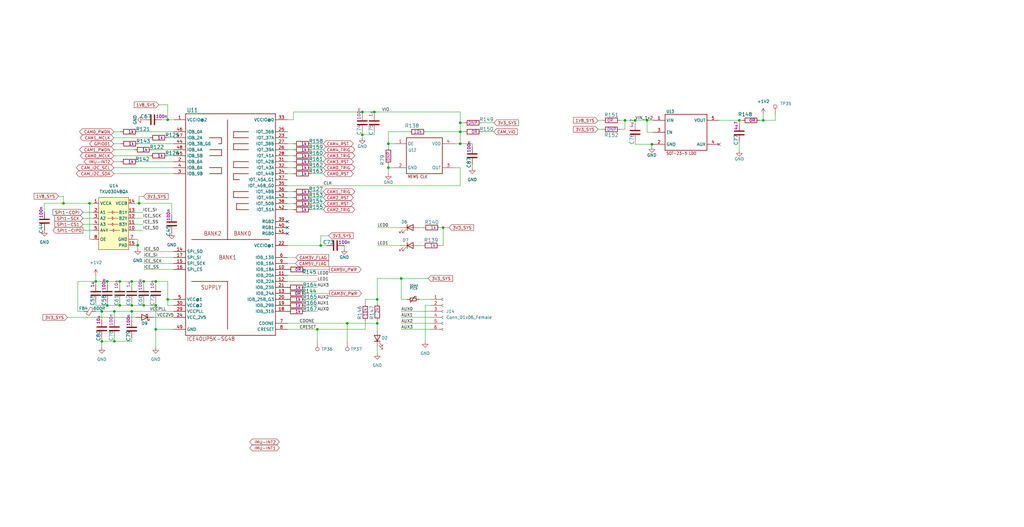
<source format=kicad_sch>
(kicad_sch (version 20211123) (generator eeschema)
  (paper "User" 434.34 223.571)
  (junction (at 50.8 129.54))
  (junction (at 147.32 137.16))
  (junction (at 60.96 129.54))
  (junction (at 48.514 144.78))
  (junction (at 58.9788 86.2584))
  (junction (at 269.3924 51.054))
  (junction (at 58.42 104.0384))
  (junction (at 313.5884 51.054))
  (junction (at 134.62 139.7))
  (junction (at 195.2244 52.07))
  (junction (at 50.8 119.38))
  (junction (at 274.4724 51.054))
  (junction (at 66.04 129.54))
  (junction (at 66.04 139.7))
  (junction (at 55.88 119.38))
  (junction (at 160.02 127))
  (junction (at 158.75 47.498))
  (junction (at 40.64 119.38))
  (junction (at 164.7444 60.96))
  (junction (at 153.67 47.498))
  (junction (at 164.7444 71.12))
  (junction (at 26.924 86.2584))
  (junction (at 170.18 118.11))
  (junction (at 37.9984 86.2584))
  (junction (at 45.466 129.54))
  (junction (at 276.5044 61.214))
  (junction (at 55.88 132.08))
  (junction (at 45.466 119.38))
  (junction (at 187.96 96.52))
  (junction (at 153.67 57.15))
  (junction (at 43.18 132.08))
  (junction (at 43.18 144.78))
  (junction (at 265.0744 51.054))
  (junction (at 71.12 127))
  (junction (at 55.88 129.54))
  (junction (at 160.02 137.16))
  (junction (at 66.04 119.38))
  (junction (at 195.2244 55.88))
  (junction (at 60.96 119.38))
  (junction (at 48.514 132.08))
  (junction (at 136.0424 104.14))
  (junction (at 71.12 50.8))
  (junction (at 323.7484 51.054))
  (junction (at 195.2244 60.96))
  (no_connect (at 121.92 93.98))
  (no_connect (at 304.9524 61.214))
  (no_connect (at 121.92 99.06))
  (no_connect (at 121.92 96.52))
  (wire (pts (xy 124.46 68.58) (xy 121.92 68.58)))
  (wire (pts (xy 195.2244 52.07) (xy 195.2244 55.88)))
  (wire (pts (xy 160.02 118.11) (xy 160.02 127)))
  (wire (pts (xy 63.5 66.04) (xy 48.26 66.04)))
  (wire (pts (xy 167.2844 71.12) (xy 164.7444 71.12)))
  (wire (pts (xy 55.88 132.08) (xy 73.66 132.08)))
  (wire (pts (xy 121.92 124.46) (xy 121.9708 124.46)))
  (wire (pts (xy 121.92 78.74) (xy 195.2244 78.74)))
  (wire (pts (xy 43.18 143.256) (xy 43.18 144.78)))
  (wire (pts (xy 204.47 55.88) (xy 209.4484 55.88)))
  (wire (pts (xy 158.75 55.88) (xy 158.75 57.15)))
  (wire (pts (xy 192.6844 60.96) (xy 195.2244 60.96)))
  (wire (pts (xy 132.08 73.66) (xy 137.16 73.66)))
  (wire (pts (xy 48.514 144.78) (xy 55.88 144.78)))
  (wire (pts (xy 136.0424 104.14) (xy 138.43 104.14)))
  (wire (pts (xy 187.96 96.52) (xy 190.5 96.52)))
  (wire (pts (xy 170.18 96.52) (xy 160.02 96.52)))
  (wire (pts (xy 57.15 90.0684) (xy 60.6044 90.0684)))
  (wire (pts (xy 164.7444 70.0024) (xy 164.7444 71.12)))
  (wire (pts (xy 121.92 119.38) (xy 134.62 119.38)))
  (wire (pts (xy 125.3744 111.76) (xy 121.92 111.76)))
  (wire (pts (xy 63.5 58.42) (xy 48.26 58.42)))
  (wire (pts (xy 132.08 68.58) (xy 137.16 68.58)))
  (wire (pts (xy 73.66 106.68) (xy 60.96 106.68)))
  (wire (pts (xy 147.32 144.78) (xy 147.32 137.16)))
  (wire (pts (xy 57.15 104.0384) (xy 58.42 104.0384)))
  (wire (pts (xy 181.61 118.11) (xy 170.18 118.11)))
  (wire (pts (xy 24.8412 83.2104) (xy 26.924 83.2104)))
  (wire (pts (xy 121.92 50.8) (xy 124.46 50.8)))
  (wire (pts (xy 58.42 104.0384) (xy 58.42 105.41)))
  (wire (pts (xy 48.2092 60.96) (xy 51.2064 60.96)))
  (wire (pts (xy 121.92 104.14) (xy 136.0424 104.14)))
  (wire (pts (xy 60.96 119.38) (xy 66.04 119.38)))
  (wire (pts (xy 55.88 119.38) (xy 60.96 119.38)))
  (wire (pts (xy 66.04 128.27) (xy 66.04 129.54)))
  (wire (pts (xy 39.37 101.4984) (xy 37.9984 101.4984)))
  (wire (pts (xy 73.66 139.7) (xy 66.04 139.7)))
  (wire (pts (xy 136.0424 99.9744) (xy 136.0424 104.14)))
  (wire (pts (xy 121.92 137.16) (xy 147.32 137.16)))
  (wire (pts (xy 60.96 129.54) (xy 66.04 129.54)))
  (wire (pts (xy 18.8468 86.2584) (xy 26.924 86.2584)))
  (wire (pts (xy 328.8284 48.514) (xy 328.8284 51.054)))
  (wire (pts (xy 45.466 129.54) (xy 50.8 129.54)))
  (wire (pts (xy 73.66 73.66) (xy 48.26 73.66)))
  (wire (pts (xy 26.924 86.2584) (xy 37.9984 86.2584)))
  (wire (pts (xy 170.18 118.11) (xy 170.18 127)))
  (wire (pts (xy 40.64 116.84) (xy 40.64 119.38)))
  (wire (pts (xy 40.64 129.54) (xy 45.466 129.54)))
  (wire (pts (xy 57.15 97.6884) (xy 60.6044 97.6884)))
  (wire (pts (xy 177.8 104.14) (xy 179.07 104.14)))
  (wire (pts (xy 182.88 127) (xy 177.8 127)))
  (wire (pts (xy 154.94 136.2964) (xy 154.94 139.7)))
  (wire (pts (xy 55.88 132.08) (xy 55.88 135.7884)))
  (wire (pts (xy 158.75 47.498) (xy 195.2244 47.498)))
  (wire (pts (xy 50.8 128.27) (xy 50.8 129.54)))
  (wire (pts (xy 186.69 104.14) (xy 187.96 104.14)))
  (wire (pts (xy 48.26 68.58) (xy 51.054 68.58)))
  (wire (pts (xy 253.6444 51.054) (xy 255.524 51.054)))
  (wire (pts (xy 200.3044 60.96) (xy 200.3044 62.23)))
  (wire (pts (xy 58.8264 60.96) (xy 73.66 60.96)))
  (wire (pts (xy 129.5908 124.46) (xy 139.8524 124.46)))
  (wire (pts (xy 195.2244 47.498) (xy 195.2244 52.07)))
  (wire (pts (xy 71.12 129.54) (xy 73.66 129.54)))
  (wire (pts (xy 71.12 44.45) (xy 71.12 50.8)))
  (wire (pts (xy 57.15 86.2584) (xy 58.9788 86.2584)))
  (wire (pts (xy 35.2044 92.6084) (xy 39.37 92.6084)))
  (wire (pts (xy 51.1048 55.88) (xy 48.26 55.88)))
  (wire (pts (xy 129.54 129.54) (xy 134.62 129.54)))
  (wire (pts (xy 66.04 139.7) (xy 66.04 147.32)))
  (wire (pts (xy 172.72 127) (xy 170.18 127)))
  (wire (pts (xy 170.18 118.11) (xy 160.02 118.11)))
  (wire (pts (xy 153.67 47.498) (xy 158.75 47.498)))
  (wire (pts (xy 154.94 127) (xy 154.94 128.6764)))
  (wire (pts (xy 182.88 132.08) (xy 170.18 132.08)))
  (wire (pts (xy 66.04 119.38) (xy 66.04 120.65)))
  (wire (pts (xy 28.6004 134.62) (xy 57.5564 134.62)))
  (wire (pts (xy 55.88 119.38) (xy 55.88 120.65)))
  (wire (pts (xy 195.2244 78.74) (xy 195.2244 71.12)))
  (wire (pts (xy 160.02 147.32) (xy 160.02 149.86)))
  (wire (pts (xy 132.08 86.36) (xy 137.16 86.36)))
  (wire (pts (xy 164.7444 55.88) (xy 173.3804 55.88)))
  (wire (pts (xy 67.31 44.45) (xy 71.12 44.45)))
  (wire (pts (xy 269.3924 61.214) (xy 269.3924 59.944)))
  (wire (pts (xy 277.0124 61.214) (xy 276.5044 61.214)))
  (wire (pts (xy 313.5884 51.054) (xy 313.5884 52.578)))
  (wire (pts (xy 124.46 63.5) (xy 121.92 63.5)))
  (wire (pts (xy 55.88 129.54) (xy 60.96 129.54)))
  (wire (pts (xy 124.46 60.96) (xy 121.92 60.96)))
  (wire (pts (xy 132.08 66.04) (xy 137.16 66.04)))
  (wire (pts (xy 35.2044 95.1484) (xy 39.37 95.1484)))
  (wire (pts (xy 160.02 136.144) (xy 160.02 137.16)))
  (wire (pts (xy 164.7444 60.96) (xy 164.7444 62.3824)))
  (wire (pts (xy 313.5884 60.198) (xy 313.5884 63.754)))
  (wire (pts (xy 73.66 134.62) (xy 65.1764 134.62)))
  (wire (pts (xy 73.66 71.12) (xy 48.26 71.12)))
  (wire (pts (xy 56.9468 63.5) (xy 48.26 63.5)))
  (wire (pts (xy 274.4724 56.134) (xy 274.4724 51.054)))
  (wire (pts (xy 121.92 114.3) (xy 122.0724 114.3)))
  (wire (pts (xy 276.5044 61.214) (xy 276.5044 62.1284)))
  (wire (pts (xy 58.9788 83.312) (xy 58.9788 86.2584)))
  (wire (pts (xy 125.476 109.22) (xy 121.92 109.22)))
  (wire (pts (xy 134.62 139.7) (xy 121.92 139.7)))
  (wire (pts (xy 48.514 132.08) (xy 48.514 135.636)))
  (wire (pts (xy 33.02 132.08) (xy 33.02 119.38)))
  (wire (pts (xy 164.7444 71.12) (xy 164.7444 73.66)))
  (wire (pts (xy 35.2044 90.0684) (xy 39.37 90.0684)))
  (wire (pts (xy 124.46 73.66) (xy 121.92 73.66)))
  (wire (pts (xy 154.94 139.7) (xy 134.62 139.7)))
  (wire (pts (xy 73.66 66.04) (xy 71.12 66.04)))
  (wire (pts (xy 164.7444 60.96) (xy 164.7444 55.88)))
  (wire (pts (xy 73.66 127) (xy 71.12 127)))
  (wire (pts (xy 124.46 83.82) (xy 121.92 83.82)))
  (wire (pts (xy 40.64 119.38) (xy 40.64 120.65)))
  (wire (pts (xy 158.75 57.15) (xy 153.67 57.15)))
  (wire (pts (xy 45.466 119.38) (xy 45.466 120.65)))
  (wire (pts (xy 196.85 52.07) (xy 195.2244 52.07)))
  (wire (pts (xy 73.66 55.88) (xy 58.7248 55.88)))
  (wire (pts (xy 71.12 127) (xy 71.12 129.54)))
  (wire (pts (xy 58.42 101.4984) (xy 58.42 104.0384)))
  (wire (pts (xy 71.12 50.8) (xy 68.58 50.8)))
  (wire (pts (xy 313.5884 51.054) (xy 314.706 51.054)))
  (wire (pts (xy 129.6924 114.3) (xy 139.7 114.3)))
  (wire (pts (xy 170.18 104.14) (xy 160.02 104.14)))
  (wire (pts (xy 18.8468 86.2584) (xy 18.8468 90.0176)))
  (wire (pts (xy 66.04 129.54) (xy 66.04 139.7)))
  (wire (pts (xy 328.8284 51.054) (xy 323.7484 51.054)))
  (wire (pts (xy 277.0124 51.054) (xy 274.4724 51.054)))
  (wire (pts (xy 158.75 47.498) (xy 158.75 48.26)))
  (wire (pts (xy 50.8 119.38) (xy 55.88 119.38)))
  (wire (pts (xy 57.15 101.4984) (xy 58.42 101.4984)))
  (wire (pts (xy 132.08 60.96) (xy 137.16 60.96)))
  (wire (pts (xy 153.67 57.15) (xy 153.67 58.42)))
  (wire (pts (xy 37.9984 86.2584) (xy 39.37 86.2584)))
  (wire (pts (xy 277.0124 56.134) (xy 274.4724 56.134)))
  (wire (pts (xy 265.0744 51.054) (xy 269.3924 51.054)))
  (wire (pts (xy 129.54 132.08) (xy 134.62 132.08)))
  (wire (pts (xy 73.66 111.76) (xy 60.96 111.76)))
  (wire (pts (xy 33.02 119.38) (xy 40.64 119.38)))
  (wire (pts (xy 60.96 128.27) (xy 60.96 129.54)))
  (wire (pts (xy 200.3044 69.85) (xy 200.3044 71.12)))
  (wire (pts (xy 124.46 47.498) (xy 153.67 47.498)))
  (wire (pts (xy 48.514 143.256) (xy 48.514 144.78)))
  (wire (pts (xy 71.12 119.38) (xy 71.12 127)))
  (wire (pts (xy 276.5044 61.214) (xy 269.3924 61.214)))
  (wire (pts (xy 57.15 95.1484) (xy 60.6044 95.1484)))
  (wire (pts (xy 50.8 119.38) (xy 50.8 120.65)))
  (wire (pts (xy 66.04 119.38) (xy 71.12 119.38)))
  (wire (pts (xy 195.2244 71.12) (xy 192.6844 71.12)))
  (wire (pts (xy 265.0744 54.864) (xy 265.0744 51.054)))
  (wire (pts (xy 139.446 99.9744) (xy 136.0424 99.9744)))
  (wire (pts (xy 129.54 127) (xy 134.62 127)))
  (wire (pts (xy 40.64 119.38) (xy 45.466 119.38)))
  (wire (pts (xy 35.56 132.08) (xy 33.02 132.08)))
  (wire (pts (xy 50.8 129.54) (xy 55.88 129.54)))
  (wire (pts (xy 58.9788 86.2584) (xy 72.8472 86.2584)))
  (wire (pts (xy 195.2244 60.96) (xy 200.3044 60.96)))
  (wire (pts (xy 253.6444 54.864) (xy 255.524 54.864)))
  (wire (pts (xy 124.46 86.36) (xy 121.92 86.36)))
  (wire (pts (xy 187.96 96.52) (xy 187.96 104.14)))
  (wire (pts (xy 269.3924 52.324) (xy 269.3924 51.054)))
  (wire (pts (xy 182.88 137.16) (xy 170.18 137.16)))
  (wire (pts (xy 132.08 81.28) (xy 137.16 81.28)))
  (wire (pts (xy 37.9984 101.4984) (xy 37.9984 86.2584)))
  (wire (pts (xy 269.3924 51.054) (xy 274.4724 51.054)))
  (wire (pts (xy 57.15 92.6084) (xy 60.6044 92.6084)))
  (wire (pts (xy 129.54 121.92) (xy 134.62 121.92)))
  (wire (pts (xy 263.144 51.054) (xy 265.0744 51.054)))
  (wire (pts (xy 147.32 137.16) (xy 160.02 137.16)))
  (wire (pts (xy 48.514 132.08) (xy 55.88 132.08)))
  (wire (pts (xy 73.66 63.5) (xy 64.5668 63.5)))
  (wire (pts (xy 40.64 132.08) (xy 43.18 132.08)))
  (wire (pts (xy 160.02 127) (xy 160.02 128.524)))
  (wire (pts (xy 26.924 83.2104) (xy 26.924 86.2584)))
  (wire (pts (xy 73.66 50.8) (xy 71.12 50.8)))
  (wire (pts (xy 124.46 47.498) (xy 124.46 50.8)))
  (wire (pts (xy 182.88 139.7) (xy 170.18 139.7)))
  (wire (pts (xy 55.88 143.4084) (xy 55.88 144.78)))
  (wire (pts (xy 323.7484 51.054) (xy 323.7484 48.514)))
  (wire (pts (xy 58.674 68.58) (xy 73.66 68.58)))
  (wire (pts (xy 132.08 88.9) (xy 137.16 88.9)))
  (wire (pts (xy 124.46 66.04) (xy 121.92 66.04)))
  (wire (pts (xy 153.67 47.498) (xy 153.67 48.26)))
  (wire (pts (xy 177.8 96.52) (xy 179.324 96.52)))
  (wire (pts (xy 43.18 132.08) (xy 43.18 135.636)))
  (wire (pts (xy 124.46 71.12) (xy 121.92 71.12)))
  (wire (pts (xy 73.66 109.22) (xy 60.96 109.22)))
  (wire (pts (xy 124.46 81.28) (xy 121.92 81.28)))
  (wire (pts (xy 40.64 128.27) (xy 40.64 129.54)))
  (wire (pts (xy 204.47 52.07) (xy 209.55 52.07)))
  (wire (pts (xy 124.46 88.9) (xy 121.92 88.9)))
  (wire (pts (xy 35.2044 97.6884) (xy 39.37 97.6884)))
  (wire (pts (xy 195.2244 60.96) (xy 195.2244 55.88)))
  (wire (pts (xy 195.2244 55.88) (xy 196.85 55.88)))
  (wire (pts (xy 322.326 51.054) (xy 323.7484 51.054)))
  (wire (pts (xy 72.8472 86.2584) (xy 72.8472 91.1352)))
  (wire (pts (xy 164.7444 60.96) (xy 167.2844 60.96)))
  (wire (pts (xy 121.92 116.84) (xy 134.62 116.84)))
  (wire (pts (xy 181.0004 55.88) (xy 195.2244 55.88)))
  (wire (pts (xy 132.08 71.12) (xy 137.16 71.12)))
  (wire (pts (xy 153.67 55.88) (xy 153.67 57.15)))
  (wire (pts (xy 73.66 58.42) (xy 71.12 58.42)))
  (wire (pts (xy 146.05 104.14) (xy 146.05 105.41)))
  (wire (pts (xy 60.9092 83.312) (xy 58.9788 83.312)))
  (wire (pts (xy 304.9524 51.054) (xy 313.5884 51.054)))
  (wire (pts (xy 132.08 83.82) (xy 137.16 83.82)))
  (wire (pts (xy 186.944 96.52) (xy 187.96 96.52)))
  (wire (pts (xy 263.144 54.864) (xy 265.0744 54.864)))
  (wire (pts (xy 132.08 63.5) (xy 137.16 63.5)))
  (wire (pts (xy 55.88 128.27) (xy 55.88 129.54)))
  (wire (pts (xy 182.88 129.54) (xy 180.34 129.54)))
  (wire (pts (xy 134.62 144.78) (xy 134.62 139.7)))
  (wire (pts (xy 43.18 144.78) (xy 48.514 144.78)))
  (wire (pts (xy 45.466 119.38) (xy 50.8 119.38)))
  (wire (pts (xy 182.88 134.62) (xy 170.18 134.62)))
  (wire (pts (xy 45.466 128.27) (xy 45.466 129.54)))
  (wire (pts (xy 43.18 144.78) (xy 43.18 147.32)))
  (wire (pts (xy 180.34 129.54) (xy 180.34 144.78)))
  (wire (pts (xy 43.18 132.08) (xy 48.514 132.08)))
  (wire (pts (xy 60.96 119.38) (xy 60.96 120.65)))
  (wire (pts (xy 73.66 114.3) (xy 60.96 114.3)))
  (wire (pts (xy 154.94 127) (xy 160.02 127)))
  (wire (pts (xy 160.02 137.16) (xy 160.02 139.7)))
  (label "ICE_SI" (at 60.6044 90.0684 0))
  (label "AUX0" (at 134.62 132.08 0) (effects (font (size 1.2446 1.2446))))
  (label "CRESET" (at 127 139.7 0) (effects (font (size 1.2446 1.2446))))
  (label "AUX2" (at 170.18 137.16 0) (effects (font (size 1.2446 1.2446))))
  (label "ICE_SS" (at 60.96 114.3 0) (effects (font (size 1.2446 1.2446))))
  (label "ICE_SO" (at 60.6044 97.6884 0))
  (label "VIO" (at 161.9504 47.498 0))
  (label "ICE_SCK" (at 60.6044 92.6084 0))
  (label "AUX1" (at 134.62 129.54 0) (effects (font (size 1.2446 1.2446))))
  (label "VCCPLL" (at 63.5 132.08 0) (effects (font (size 1.2446 1.2446))))
  (label "CDONE" (at 127 137.16 0) (effects (font (size 1.2446 1.2446))))
  (label "CLK" (at 137.16 78.74 0) (effects (font (size 1.2446 1.2446))))
  (label "ICE_SI" (at 60.96 109.22 0) (effects (font (size 1.2446 1.2446))))
  (label "AUX1" (at 170.18 134.62 0) (effects (font (size 1.2446 1.2446))))
  (label "ICE_SO" (at 60.96 106.68 0) (effects (font (size 1.2446 1.2446))))
  (label "LED1" (at 160.02 104.14 0) (effects (font (size 1.2446 1.2446))))
  (label "AUX0" (at 170.18 132.08 0) (effects (font (size 1.2446 1.2446))))
  (label "VCC2V5" (at 66.548 134.62 0) (effects (font (size 1.2446 1.2446))))
  (label "AUX2" (at 134.62 127 0) (effects (font (size 1.2446 1.2446))))
  (label "LED0" (at 134.62 116.84 0) (effects (font (size 1.2446 1.2446))))
  (label "ICE_SCK" (at 60.96 111.76 0) (effects (font (size 1.2446 1.2446))))
  (label "AUX3" (at 170.18 139.7 0) (effects (font (size 1.2446 1.2446))))
  (label "VIN_1v2" (at 269.3924 51.054 0))
  (label "LED1" (at 134.62 119.38 0) (effects (font (size 1.2446 1.2446))))
  (label "ICE_SS" (at 60.6044 95.1484 0))
  (label "AUX3" (at 134.62 121.92 0) (effects (font (size 1.2446 1.2446))))
  (label "LED0" (at 160.02 96.52 0) (effects (font (size 1.2446 1.2446))))
  (global_label "CAM0_MCLK" (shape bidirectional) (at 48.26 66.04 180) (effects (font (size 1.2446 1.2446))) (property "Intersheet References" "${INTERSHEET_REFS}" (effects hide)))
  (global_label "3V3_SYS" (shape input) (at 190.5 96.52 0) (property "Intersheet References" "${INTERSHEET_REFS}" (effects hide)))
  (global_label "CAM2_TRIG" (shape bidirectional) (at 137.16 88.9 0) (effects (font (size 1.2446 1.2446))) (property "Intersheet References" "${INTERSHEET_REFS}" (effects hide)))
  (global_label "SPI1-CS1" (shape input) (at 35.2044 95.1484 180) (property "Intersheet References" "${INTERSHEET_REFS}" (effects hide)))
  (global_label "3V3_SYS" (shape input) (at 181.61 118.11 0) (property "Intersheet References" "${INTERSHEET_REFS}" (effects hide)))
  (global_label "GPIO01" (shape bidirectional) (at 48.2092 60.96 180) (effects (font (size 1.2446 1.2446))) (property "Intersheet References" "${INTERSHEET_REFS}" (effects hide)))
  (global_label "CAM1_RST" (shape bidirectional) (at 137.16 86.36 0) (effects (font (size 1.2446 1.2446))) (property "Intersheet References" "${INTERSHEET_REFS}" (effects hide)))
  (global_label "3V3_SYS" (shape input) (at 28.6004 134.62 180) (property "Intersheet References" "${INTERSHEET_REFS}" (effects hide)))
  (global_label "CAM0_RST" (shape bidirectional) (at 137.16 73.66 0) (effects (font (size 1.2446 1.2446))) (property "Intersheet References" "${INTERSHEET_REFS}" (effects hide)))
  (global_label "CAM0_PWDN" (shape bidirectional) (at 48.26 55.88 180) (effects (font (size 1.2446 1.2446))) (property "Intersheet References" "${INTERSHEET_REFS}" (effects hide)))
  (global_label "SPI1-SCK" (shape input) (at 35.2044 92.6084 180) (property "Intersheet References" "${INTERSHEET_REFS}" (effects hide)))
  (global_label "1V8_SYS" (shape input) (at 253.6444 51.054 180) (property "Intersheet References" "${INTERSHEET_REFS}" (effects hide)))
  (global_label "CAM5V_PWR" (shape output) (at 139.7 114.3 0) (property "Intersheet References" "${INTERSHEET_REFS}" (effects hide)))
  (global_label "CAM1_PWDN" (shape bidirectional) (at 48.26 63.5 180) (effects (font (size 1.2446 1.2446))) (property "Intersheet References" "${INTERSHEET_REFS}" (effects hide)))
  (global_label "3V3_SYS" (shape input) (at 139.446 99.9744 0) (property "Intersheet References" "${INTERSHEET_REFS}" (effects hide)))
  (global_label "CAM2_RST" (shape bidirectional) (at 137.16 83.82 0) (effects (font (size 1.2446 1.2446))) (property "Intersheet References" "${INTERSHEET_REFS}" (effects hide)))
  (global_label "CAM1_MCLK" (shape bidirectional) (at 48.26 58.42 180) (effects (font (size 1.2446 1.2446))) (property "Intersheet References" "${INTERSHEET_REFS}" (effects hide)))
  (global_label "CAM5V_FLAG" (shape input) (at 125.3744 111.76 0) (property "Intersheet References" "${INTERSHEET_REFS}" (effects hide)))
  (global_label "CAM4_RST" (shape bidirectional) (at 137.16 60.96 0) (effects (font (size 1.2446 1.2446))) (property "Intersheet References" "${INTERSHEET_REFS}" (effects hide)))
  (global_label "CAM3V_FLAG" (shape input) (at 125.476 109.22 0) (property "Intersheet References" "${INTERSHEET_REFS}" (effects hide)))
  (global_label "3V3_SYS" (shape input) (at 253.6444 54.864 180) (property "Intersheet References" "${INTERSHEET_REFS}" (effects hide)))
  (global_label "CAM4_TRIG" (shape bidirectional) (at 137.16 63.5 0) (effects (font (size 1.2446 1.2446))) (property "Intersheet References" "${INTERSHEET_REFS}" (effects hide)))
  (global_label "CAM3_TRIG" (shape bidirectional) (at 137.16 66.04 0) (effects (font (size 1.2446 1.2446))) (property "Intersheet References" "${INTERSHEET_REFS}" (effects hide)))
  (global_label "IMU-INT1" (shape bidirectional) (at 118.5164 189.992 180) (property "Intersheet References" "${INTERSHEET_REFS}" (effects hide)))
  (global_label "SPI1-COPI" (shape input) (at 35.2044 90.0684 180) (property "Intersheet References" "${INTERSHEET_REFS}" (effects hide)))
  (global_label "IMU-INT2" (shape bidirectional) (at 118.5164 187.452 180) (property "Intersheet References" "${INTERSHEET_REFS}" (effects hide)))
  (global_label "3V3_SYS" (shape input) (at 60.9092 83.312 0) (property "Intersheet References" "${INTERSHEET_REFS}" (effects hide)))
  (global_label "1V8_SYS" (shape input) (at 67.31 44.45 180) (property "Intersheet References" "${INTERSHEET_REFS}" (effects hide)))
  (global_label "CAM_VIO" (shape input) (at 209.4484 55.88 0) (effects (font (size 1.2446 1.2446))) (property "Intersheet References" "${INTERSHEET_REFS}" (effects hide)))
  (global_label "CAM0_TRIG" (shape bidirectional) (at 137.16 71.12 0) (effects (font (size 1.2446 1.2446))) (property "Intersheet References" "${INTERSHEET_REFS}" (effects hide)))
  (global_label "CAM1_TRIG" (shape bidirectional) (at 137.16 81.28 0) (effects (font (size 1.2446 1.2446))) (property "Intersheet References" "${INTERSHEET_REFS}" (effects hide)))
  (global_label "CAM_I2C_SCL" (shape bidirectional) (at 48.26 71.12 180) (property "Intersheet References" "${INTERSHEET_REFS}" (effects hide)))
  (global_label "CAM3_RST" (shape bidirectional) (at 137.16 68.58 0) (effects (font (size 1.2446 1.2446))) (property "Intersheet References" "${INTERSHEET_REFS}" (effects hide)))
  (global_label "IMU-INT2" (shape bidirectional) (at 48.26 68.58 180) (property "Intersheet References" "${INTERSHEET_REFS}" (effects hide)))
  (global_label "CAM_I2C_SDA" (shape bidirectional) (at 48.26 73.66 180) (property "Intersheet References" "${INTERSHEET_REFS}" (effects hide)))
  (global_label "1V8_SYS" (shape input) (at 24.8412 83.2104 180) (property "Intersheet References" "${INTERSHEET_REFS}" (effects hide)))
  (global_label "CAM3V_PWR" (shape output) (at 139.8524 124.46 0) (property "Intersheet References" "${INTERSHEET_REFS}" (effects hide)))
  (global_label "SPI1-CIPO" (shape output) (at 35.2044 97.6884 180) (property "Intersheet References" "${INTERSHEET_REFS}" (effects hide)))
  (global_label "3V3_SYS" (shape input) (at 209.55 52.07 0) (property "Intersheet References" "${INTERSHEET_REFS}" (effects hide)))
  (symbol (lib_id "jetson-nano-baseboard:R_10k_0402") (at 259.334 54.864 0) (unit 1)
    (property "Reference" "R152" (at 256.286 57.277 0) (effects (font (size 1.524 1.524)) (justify left)))
    (property "Value" "R_DNP_0402" (effects hide))
    (property "Footprint" "Resistor_SMD:R_0402_1005Metric" (effects hide))
    (property "Val" "DNP" (at 257.429 54.864 0) (effects (justify left)))
  )
  (symbol (lib_id "AGX TX2 Camera Interface [CRZDGE]-eagle-import:ICE40-UP-IO39") (at 78.74 48.26 0) (unit 1)
    (property "Reference" "U11" (at 79.248 47.752 0) (effects (font (size 1.778 1.5113)) (justify left bottom)))
    (property "Value" "ICE40-UP-IO39" (effects hide))
    (property "Footprint" "Package_DFN_QFN:QFN-48-1EP_7x7mm_P0.5mm_EP5.3x5.3mm" (effects hide))
  )
  (symbol (lib_id "power:GND") (at 153.67 58.42 0) (unit 1)
    (property "Reference" "#PWR0116" (effects hide))
    (property "Value" "GND" (at 153.67 62.103 0))
  )
  (symbol (lib_id "jetson-nano-baseboard:R_10k_0402") (at 67.31 66.04 180) (unit 1)
    (property "Reference" "R126" (at 76.1238 64.9224 0) (effects (font (size 1.524 1.524)) (justify left)))
    (property "Value" "R_1k_0402" (effects hide))
    (property "Footprint" "Resistor_SMD:R_0402_1005Metric" (effects hide))
    (property "Val" "1k" (at 69.215 66.04 0) (effects (justify left)))
  )
  (symbol (lib_id "jetson-nano-baseboard:R_10k_0402") (at 54.9148 55.88 180) (unit 1)
    (property "Reference" "R121" (at 63.7286 54.7624 0) (effects (font (size 1.524 1.524)) (justify left)))
    (property "Value" "R_1k_0402" (effects hide))
    (property "Footprint" "Resistor_SMD:R_0402_1005Metric" (effects hide))
    (property "Val" "1k" (at 56.8198 55.88 0) (effects (justify left)))
  )
  (symbol (lib_id "jetson-nano-baseboard:R_10k_0402") (at 128.27 81.28 180) (unit 1)
    (property "Reference" "R127" (at 137.0838 80.1624 0) (effects (font (size 1.524 1.524)) (justify left)))
    (property "Value" "R_1k_0402" (effects hide))
    (property "Footprint" "Resistor_SMD:R_0402_1005Metric" (effects hide))
    (property "Val" "1k" (at 130.175 81.28 0) (effects (justify left)))
  )
  (symbol (lib_id "jetson-nano-baseboard:R_10k_0402") (at 182.88 104.14 180) (unit 1)
    (property "Reference" "R139" (at 185.928 101.854 0) (effects (font (size 1.524 1.524)) (justify left)))
    (property "Value" "R_1k_0402" (effects hide))
    (property "Footprint" "Resistor_SMD:R_0402_1005Metric" (effects hide))
    (property "Val" "1k" (at 184.785 104.14 0) (effects (justify left)))
  )
  (symbol (lib_id "jetson-nano-baseboard:C_100n_0402") (at 153.67 52.07 0) (mirror x) (unit 1)
    (property "Reference" "C74" (at 152.273 54.991 90) (effects (font (size 1.524 1.524))))
    (property "Value" "C_100n_0402" (effects hide))
    (property "Footprint" "Capacitor_SMD:C_0402_1005Metric" (effects hide))
    (property "Val" "100n" (at 152.273 48.26 90))
  )
  (symbol (lib_id "jetson-nano-baseboard:R_10k_0402") (at 125.73 129.54 180) (unit 1)
    (property "Reference" "R166" (at 134.5438 128.4224 0) (effects (font (size 1.524 1.524)) (justify left)))
    (property "Value" "R_1k_0402" (effects hide))
    (property "Footprint" "Resistor_SMD:R_0402_1005Metric" (effects hide))
    (property "Val" "1k" (at 127.635 129.54 0) (effects (justify left)))
  )
  (symbol (lib_id "power:GND") (at 180.34 144.78 0) (unit 1)
    (property "Reference" "#PWR0125" (effects hide))
    (property "Value" "GND" (at 180.34 149.86 0))
  )
  (symbol (lib_id "power:GND") (at 43.18 147.32 0) (unit 1)
    (property "Reference" "#PWR0130" (effects hide))
    (property "Value" "GND" (at 43.18 152.4 0))
  )
  (symbol (lib_id "Connector:TestPoint") (at 134.62 144.78 180) (unit 1)
    (property "Reference" "TP36" (at 136.271 148.0819 0) (effects (justify right)))
    (property "Value" "TestPoint" (effects hide))
    (property "Footprint" "TestPoint:TestPoint_Pad_D1.0mm" (effects hide))
  )
  (symbol (lib_id "power:GND") (at 18.8468 97.6376 0) (unit 1)
    (property "Reference" "#PWR08" (effects hide))
    (property "Value" "GND" (at 18.8468 102.7176 0))
  )
  (symbol (lib_id "power:GND") (at 313.5884 63.754 0) (unit 1)
    (property "Reference" "#PWR0122" (effects hide))
    (property "Value" "GND" (at 313.5884 67.437 0))
  )
  (symbol (lib_id "power:GND") (at 200.3044 71.12 0) (unit 1)
    (property "Reference" "#PWR0117" (effects hide))
    (property "Value" "GND" (at 200.3044 76.2 0))
  )
  (symbol (lib_id "Connector:TestPoint") (at 328.8284 48.514 0) (unit 1)
    (property "Reference" "TP35" (at 330.8604 43.9419 0) (effects (justify left)))
    (property "Value" "TestPoint" (effects hide))
    (property "Footprint" "TestPoint:TestPoint_Pad_D1.0mm" (effects hide))
  )
  (symbol (lib_id "jetson-nano-baseboard:C_100n_0402") (at 48.514 139.446 0) (mirror x) (unit 1)
    (property "Reference" "C78" (at 47.117 142.367 90) (effects (font (size 1.524 1.524))))
    (property "Value" "C_100n_0402" (effects hide))
    (property "Footprint" "Capacitor_SMD:C_0402_1005Metric" (effects hide))
    (property "Val" "100n" (at 47.117 135.636 90))
  )
  (symbol (lib_id "jetson-nano-baseboard:C_100n_0402") (at 72.8472 94.9452 0) (mirror x) (unit 1)
    (property "Reference" "C45" (at 71.4502 97.8662 90) (effects (font (size 1.524 1.524))))
    (property "Value" "C_100n_0402" (effects hide))
    (property "Footprint" "Capacitor_SMD:C_0402_1005Metric" (effects hide))
    (property "Val" "100n" (at 71.4502 91.1352 90))
  )
  (symbol (lib_id "Device:D_Schottky") (at 61.3664 134.62 180) (unit 1)
    (property "Reference" "D9" (at 61.3029 137.16 0))
    (property "Value" "D_Schottky" (effects hide))
    (property "Footprint" "Diode_SMD:D_SOD-523" (effects hide))
  )
  (symbol (lib_id "jetson-nano-baseboard:R_10k_0402") (at 128.27 83.82 180) (unit 1)
    (property "Reference" "R153" (at 137.0838 82.7024 0) (effects (font (size 1.524 1.524)) (justify left)))
    (property "Value" "R_1k_0402" (effects hide))
    (property "Footprint" "Resistor_SMD:R_0402_1005Metric" (effects hide))
    (property "Val" "1k" (at 130.175 83.82 0) (effects (justify left)))
  )
  (symbol (lib_id "jetson-nano-baseboard:R_10k_0402") (at 128.27 71.12 180) (unit 1)
    (property "Reference" "R162" (at 137.0838 70.0024 0) (effects (font (size 1.524 1.524)) (justify left)))
    (property "Value" "R_1k_0402" (effects hide))
    (property "Footprint" "Resistor_SMD:R_0402_1005Metric" (effects hide))
    (property "Val" "1k" (at 130.175 71.12 0) (effects (justify left)))
  )
  (symbol (lib_id "jetson-nano-baseboard:R_10k_0402") (at 55.0164 60.96 180) (unit 1)
    (property "Reference" "R143" (at 63.8302 59.8424 0) (effects (font (size 1.524 1.524)) (justify left)))
    (property "Value" "R_1k_0402" (effects hide))
    (property "Footprint" "Resistor_SMD:R_0402_1005Metric" (effects hide))
    (property "Val" "1k" (at 56.9214 60.96 0) (effects (justify left)))
  )
  (symbol (lib_id "jetson-nano-baseboard:R_10k_0402") (at 125.8824 114.3 180) (unit 1)
    (property "Reference" "R145" (at 134.2644 115.443 0) (effects (font (size 1.524 1.524)) (justify left)))
    (property "Value" "R_0R_0402" (effects hide))
    (property "Footprint" "Resistor_SMD:R_0402_1005Metric" (effects hide))
    (property "Val" "0R" (at 127.7874 114.3 0) (effects (justify left)))
  )
  (symbol (lib_id "power:GND") (at 160.02 149.86 0) (unit 1)
    (property "Reference" "#PWR0128" (effects hide))
    (property "Value" "GND" (at 160.02 154.94 0))
  )
  (symbol (lib_id "Connector:TestPoint") (at 147.32 144.78 180) (unit 1)
    (property "Reference" "TP37" (at 148.717 148.0819 0) (effects (justify right)))
    (property "Value" "TestPoint" (effects hide))
    (property "Footprint" "TestPoint:TestPoint_Pad_D1.0mm" (effects hide))
  )
  (symbol (lib_id "jetson-nano-baseboard:R_10k_0402") (at 200.66 52.07 180) (unit 1)
    (property "Reference" "R149" (at 209.423 50.673 0) (effects (font (size 1.524 1.524)) (justify left)))
    (property "Value" "R_DNP_0402" (effects hide))
    (property "Footprint" "Resistor_SMD:R_0402_1005Metric" (effects hide))
    (property "Val" "DNP" (at 202.565 52.07 0) (effects (justify left)))
  )
  (symbol (lib_id "jetson-nano-baseboard:C_100n_0402") (at 50.8 124.46 0) (mirror x) (unit 1)
    (property "Reference" "C61" (at 49.403 127.381 90) (effects (font (size 1.524 1.524))))
    (property "Value" "C_10n_0402" (effects hide))
    (property "Footprint" "Capacitor_SMD:C_0402_1005Metric" (effects hide))
    (property "Val" "10n" (at 49.403 120.65 90))
  )
  (symbol (lib_id "AGX TX2 Camera Interface [CRZDGE]-eagle-import:PTC0603") (at 175.26 127 0) (unit 1)
    (property "Reference" "PTC9" (at 173.736 122.936 0) (effects (font (size 1.016 0.8636)) (justify left bottom)))
    (property "Value" "50mA" (at 173.736 121.666 0) (effects (font (size 1.016 0.8636)) (justify left bottom)))
    (property "Footprint" "Fuse:Fuse_0603_1608Metric" (effects hide))
  )
  (symbol (lib_id "jetson-nano-baseboard:R_10k_0402") (at 164.7444 66.1924 270) (unit 1)
    (property "Reference" "R79" (at 162.2044 65.5574 0) (effects (font (size 1.524 1.524)) (justify left)))
    (property "Value" "R_DNP_0402" (effects hide))
    (property "Footprint" "Resistor_SMD:R_0402_1005Metric" (effects hide))
    (property "Val" "DNP" (at 164.7444 64.2874 0) (effects (justify left)))
  )
  (symbol (lib_id "jetson-nano-baseboard:R_10k_0402") (at 128.27 66.04 180) (unit 1)
    (property "Reference" "R160" (at 137.0838 64.9224 0) (effects (font (size 1.524 1.524)) (justify left)))
    (property "Value" "R_1k_0402" (effects hide))
    (property "Footprint" "Resistor_SMD:R_0402_1005Metric" (effects hide))
    (property "Val" "1k" (at 130.175 66.04 0) (effects (justify left)))
  )
  (symbol (lib_id "jetson-nano-baseboard:C_100n_0402") (at 40.64 124.46 0) (mirror x) (unit 1)
    (property "Reference" "C55" (at 39.243 127.381 90) (effects (font (size 1.524 1.524))))
    (property "Value" "C_1u_0603" (effects hide))
    (property "Footprint" "Capacitor_SMD:C_0603_1608Metric" (effects hide))
    (property "Val" "1u" (at 39.243 120.65 90))
  )
  (symbol (lib_id "jetson-nano-baseboard:R_10k_0402") (at 128.27 68.58 180) (unit 1)
    (property "Reference" "R161" (at 137.0838 67.4624 0) (effects (font (size 1.524 1.524)) (justify left)))
    (property "Value" "R_1k_0402" (effects hide))
    (property "Footprint" "Resistor_SMD:R_0402_1005Metric" (effects hide))
    (property "Val" "1k" (at 130.175 68.58 0) (effects (justify left)))
  )
  (symbol (lib_id "jetson-nano-baseboard:R_10k_0402") (at 259.334 51.054 0) (unit 1)
    (property "Reference" "R151" (at 256.286 48.768 0) (effects (font (size 1.524 1.524)) (justify left)))
    (property "Value" "R_0R_0402" (effects hide))
    (property "Footprint" "Resistor_SMD:R_0402_1005Metric" (effects hide))
    (property "Val" "0R" (at 257.429 51.054 0) (effects (justify left)))
  )
  (symbol (lib_id "jetson-nano-baseboard:C_100n_0402") (at 43.18 139.446 0) (mirror x) (unit 1)
    (property "Reference" "C80" (at 41.783 142.367 90) (effects (font (size 1.524 1.524))))
    (property "Value" "C_10u_0805" (effects hide))
    (property "Footprint" "Capacitor_SMD:C_0805_2012Metric" (effects hide))
    (property "Val" "10u" (at 41.783 135.636 90))
  )
  (symbol (lib_id "power:GND") (at 60.96 50.8 270) (unit 1)
    (property "Reference" "#PWR0114" (effects hide))
    (property "Value" "GND" (at 57.277 50.8 0))
  )
  (symbol (lib_id "jetson-nano-baseboard:R_10k_0402") (at 125.73 132.08 180) (unit 1)
    (property "Reference" "R167" (at 134.5438 130.9624 0) (effects (font (size 1.524 1.524)) (justify left)))
    (property "Value" "R_1k_0402" (effects hide))
    (property "Footprint" "Resistor_SMD:R_0402_1005Metric" (effects hide))
    (property "Val" "1k" (at 127.635 132.08 0) (effects (justify left)))
  )
  (symbol (lib_id "jetson-nano-baseboard:C_100n_0402") (at 200.3044 66.04 0) (mirror x) (unit 1)
    (property "Reference" "C87" (at 198.9074 68.961 90) (effects (font (size 1.524 1.524))))
    (property "Value" "C_100n_0402" (effects hide))
    (property "Footprint" "Capacitor_SMD:C_0402_1005Metric" (effects hide))
    (property "Val" "100n" (at 198.9074 62.23 90))
  )
  (symbol (lib_id "AGX TX2 Camera Interface [CRZDGE]-eagle-import:MEMS-OSC-25X20") (at 179.9844 66.04 0) (unit 1)
    (property "Reference" "U12" (at 173.2534 64.389 0) (effects (font (size 1.27 1.0795)) (justify left bottom)))
    (property "Value" "SIT8008BI-13-YYS-12.000000" (at 172.3644 78.105 0) (effects (font (size 1.27 1.0795)) (justify left bottom)))
    (property "Footprint" "Oscillator:Oscillator_SMD_Kyocera_KC2520Z-4Pin_2.5x2.0mm" (effects hide))
  )
  (symbol (lib_id "jetson-nano-baseboard:R_10k_0402") (at 128.27 86.36 180) (unit 1)
    (property "Reference" "R154" (at 137.0838 85.2424 0) (effects (font (size 1.524 1.524)) (justify left)))
    (property "Value" "R_1k_0402" (effects hide))
    (property "Footprint" "Resistor_SMD:R_0402_1005Metric" (effects hide))
    (property "Val" "1k" (at 130.175 86.36 0) (effects (justify left)))
  )
  (symbol (lib_id "Device:LED") (at 173.99 104.14 0) (unit 1)
    (property "Reference" "D7" (at 172.0215 101.854 0))
    (property "Value" "LED" (effects hide))
    (property "Footprint" "LED_SMD:LED_0603_1608Metric" (effects hide))
  )
  (symbol (lib_id "jetson-nano-baseboard:R_10k_0402") (at 177.1904 55.88 180) (unit 1)
    (property "Reference" "R138" (at 177.8254 53.34 0) (effects (font (size 1.524 1.524)) (justify left)))
    (property "Value" "R_10k_0402" (effects hide))
    (property "Footprint" "Resistor_SMD:R_0402_1005Metric" (effects hide))
    (property "Val" "10k" (at 179.0954 55.88 0) (effects (justify left)))
  )
  (symbol (lib_id "jetson-nano-baseboard:R_10k_0402") (at 60.7568 63.5 180) (unit 1)
    (property "Reference" "R122" (at 69.5706 62.3824 0) (effects (font (size 1.524 1.524)) (justify left)))
    (property "Value" "R_1k_0402" (effects hide))
    (property "Footprint" "Resistor_SMD:R_0402_1005Metric" (effects hide))
    (property "Val" "1k" (at 62.6618 63.5 0) (effects (justify left)))
  )
  (symbol (lib_id "power:+1V2") (at 323.7484 48.514 0) (unit 1)
    (property "Reference" "#PWR016" (effects hide))
    (property "Value" "+1V2" (at 323.7484 43.053 0))
  )
  (symbol (lib_id "jetson-nano-baseboard:R_10k_0402") (at 128.27 88.9 180) (unit 1)
    (property "Reference" "R155" (at 137.0838 87.7824 0) (effects (font (size 1.524 1.524)) (justify left)))
    (property "Value" "R_1k_0402" (effects hide))
    (property "Footprint" "Resistor_SMD:R_0402_1005Metric" (effects hide))
    (property "Val" "1k" (at 130.175 88.9 0) (effects (justify left)))
  )
  (symbol (lib_id "jetson-nano-baseboard:R_10k_0402") (at 128.27 60.96 180) (unit 1)
    (property "Reference" "R158" (at 137.0838 59.8424 0) (effects (font (size 1.524 1.524)) (justify left)))
    (property "Value" "R_1k_0402" (effects hide))
    (property "Footprint" "Resistor_SMD:R_0402_1005Metric" (effects hide))
    (property "Val" "1k" (at 130.175 60.96 0) (effects (justify left)))
  )
  (symbol (lib_id "AGX TX2 Camera Interface [CRZDGE]-eagle-import:MIC20XX") (at 289.7124 56.134 0) (unit 1)
    (property "Reference" "U13" (at 282.6004 48.006 0) (effects (font (size 1.27 1.0795)) (justify left bottom)))
    (property "Value" "LP5907MFX-1.2/NOPB" (at 282.6004 67.818 0) (effects (font (size 1.27 1.0795)) (justify left bottom)))
    (property "Footprint" "Package_TO_SOT_SMD:SOT-23-5" (effects hide))
  )
  (symbol (lib_id "capablerobot-io:TXU0304BQA") (at 41.91 83.7184 0) (unit 1)
    (property "Reference" "U14" (at 48.26 78.7654 0))
    (property "Value" "TXU0304BQA" (at 48.26 81.3054 0))
    (property "Footprint" "capablerobot-footprints:TXU0304BQAR" (effects hide))
  )
  (symbol (lib_id "jetson-nano-baseboard:R_10k_0402") (at 128.27 63.5 180) (unit 1)
    (property "Reference" "R159" (at 137.0838 62.3824 0) (effects (font (size 1.524 1.524)) (justify left)))
    (property "Value" "R_1k_0402" (effects hide))
    (property "Footprint" "Resistor_SMD:R_0402_1005Metric" (effects hide))
    (property "Val" "1k" (at 130.175 63.5 0) (effects (justify left)))
  )
  (symbol (lib_id "Connector:Conn_01x06_Female") (at 187.96 132.08 0) (unit 1)
    (property "Reference" "J14" (at 189.23 132.0799 0) (effects (justify left)))
    (property "Value" "Conn_01x06_Female" (at 189.23 134.6199 0) (effects (justify left)))
    (property "Footprint" "Connector_Molex:Molex_Pico-Lock_504050-0691_1x06-1MP_P1.50mm_Horizontal" (effects hide))
  )
  (symbol (lib_id "Device:FerriteBead_Small") (at 38.1 132.08 90) (unit 1)
    (property "Reference" "FB4" (at 35.3949 130.81 90))
    (property "Value" "600R" (at 42.1259 130.81 90))
    (property "Footprint" "Inductor_SMD:L_0603_1608Metric" (effects hide))
  )
  (symbol (lib_id "jetson-nano-baseboard:R_10k_0402") (at 125.7808 124.46 180) (unit 1)
    (property "Reference" "R144" (at 134.2898 123.444 0) (effects (font (size 1.524 1.524)) (justify left)))
    (property "Value" "R_0R_0402" (effects hide))
    (property "Footprint" "Resistor_SMD:R_0402_1005Metric" (effects hide))
    (property "Val" "0R" (at 127.6858 124.46 0) (effects (justify left)))
  )
  (symbol (lib_id "jetson-nano-baseboard:C_100n_0402") (at 269.3924 56.134 0) (mirror x) (unit 1)
    (property "Reference" "C76" (at 267.9954 59.055 90) (effects (font (size 1.524 1.524))))
    (property "Value" "C_4u7_0603" (effects hide))
    (property "Footprint" "Capacitor_SMD:C_0603_1608Metric" (effects hide))
    (property "Val" "4u7" (at 267.9954 52.324 90))
  )
  (symbol (lib_id "power:GND") (at 72.8472 98.7552 0) (unit 1)
    (property "Reference" "#PWR09" (effects hide))
    (property "Value" "GND" (at 72.8472 103.8352 0))
  )
  (symbol (lib_id "jetson-nano-baseboard:C_100n_0402") (at 64.77 50.8 90) (mirror x) (unit 1)
    (property "Reference" "C67" (at 61.849 49.403 90) (effects (font (size 1.524 1.524))))
    (property "Value" "C_100n_0402" (effects hide))
    (property "Footprint" "Capacitor_SMD:C_0402_1005Metric" (effects hide))
    (property "Val" "100n" (at 68.58 49.403 90))
  )
  (symbol (lib_id "Device:LED") (at 173.99 96.52 0) (unit 1)
    (property "Reference" "D6" (at 171.5135 94.107 0))
    (property "Value" "LED" (effects hide))
    (property "Footprint" "LED_SMD:LED_0603_1608Metric" (effects hide))
  )
  (symbol (lib_id "jetson-nano-baseboard:C_100n_0402") (at 55.88 139.5984 0) (mirror x) (unit 1)
    (property "Reference" "C79" (at 54.483 142.5194 90) (effects (font (size 1.524 1.524))))
    (property "Value" "C_100n_0402" (effects hide))
    (property "Footprint" "Capacitor_SMD:C_0402_1005Metric" (effects hide))
    (property "Val" "100n" (at 54.483 135.7884 90))
  )
  (symbol (lib_id "power:GND") (at 276.5044 62.1284 0) (unit 1)
    (property "Reference" "#PWR0123" (effects hide))
    (property "Value" "GND" (at 276.5044 65.8114 0))
  )
  (symbol (lib_id "jetson-nano-baseboard:C_100n_0402") (at 60.96 124.46 0) (mirror x) (unit 1)
    (property "Reference" "C66" (at 59.563 127.381 90) (effects (font (size 1.524 1.524))))
    (property "Value" "C_100n_0402" (effects hide))
    (property "Footprint" "Capacitor_SMD:C_0402_1005Metric" (effects hide))
    (property "Val" "100n" (at 59.563 120.65 90))
  )
  (symbol (lib_id "jetson-nano-baseboard:R_10k_0402") (at 183.134 96.52 180) (unit 1)
    (property "Reference" "R140" (at 186.182 94.234 0) (effects (font (size 1.524 1.524)) (justify left)))
    (property "Value" "R_1k_0402" (effects hide))
    (property "Footprint" "Resistor_SMD:R_0402_1005Metric" (effects hide))
    (property "Val" "1k" (at 185.039 96.52 0) (effects (justify left)))
  )
  (symbol (lib_id "jetson-nano-baseboard:R_10k_0402") (at 318.516 51.054 180) (unit 1)
    (property "Reference" "R148" (at 319.151 48.514 0) (effects (font (size 1.524 1.524)) (justify left)))
    (property "Value" "R_0R_0603" (effects hide))
    (property "Footprint" "Resistor_SMD:R_0603_1608Metric" (effects hide))
    (property "Val" "0R" (at 320.421 51.054 0) (effects (justify left)))
  )
  (symbol (lib_id "Device:LED") (at 160.02 143.51 90) (unit 1)
    (property "Reference" "D2" (at 161.798 143.3194 90) (effects (justify right)))
    (property "Value" "LED" (effects hide))
    (property "Footprint" "LED_SMD:LED_0603_1608Metric" (effects hide))
  )
  (symbol (lib_id "power:GND") (at 146.05 105.41 0) (unit 1)
    (property "Reference" "#PWR0113" (effects hide))
    (property "Value" "GND" (at 146.05 109.093 0))
  )
  (symbol (lib_id "jetson-nano-baseboard:C_100n_0402") (at 18.8468 93.8276 0) (mirror x) (unit 1)
    (property "Reference" "C44" (at 17.4498 96.7486 90) (effects (font (size 1.524 1.524))))
    (property "Value" "C_100n_0402" (effects hide))
    (property "Footprint" "Capacitor_SMD:C_0402_1005Metric" (effects hide))
    (property "Val" "100n" (at 17.4498 90.0176 90))
  )
  (symbol (lib_id "power:GND") (at 164.7444 73.66 0) (unit 1)
    (property "Reference" "#PWR0115" (effects hide))
    (property "Value" "GND" (at 164.7444 77.343 0))
  )
  (symbol (lib_id "jetson-nano-baseboard:R_10k_0402") (at 125.73 121.92 180) (unit 1)
    (property "Reference" "R164" (at 134.5438 120.8024 0) (effects (font (size 1.524 1.524)) (justify left)))
    (property "Value" "R_1k_0402" (effects hide))
    (property "Footprint" "Resistor_SMD:R_0402_1005Metric" (effects hide))
    (property "Val" "1k" (at 127.635 121.92 0) (effects (justify left)))
  )
  (symbol (lib_id "power:GND") (at 58.42 105.41 0) (unit 1)
    (property "Reference" "#PWR017" (effects hide))
    (property "Value" "GND" (at 58.42 110.49 0))
  )
  (symbol (lib_id "jetson-nano-baseboard:R_10k_0402") (at 160.02 132.334 270) (unit 1)
    (property "Reference" "R147" (at 157.734 129.54 0) (effects (font (size 1.524 1.524)) (justify left)))
    (property "Value" "R_2k_0402" (effects hide))
    (property "Footprint" "Resistor_SMD:R_0402_1005Metric" (effects hide))
    (property "Val" "2k" (at 160.02 130.429 0) (effects (justify left)))
  )
  (symbol (lib_id "jetson-nano-baseboard:R_10k_0402") (at 54.864 68.58 180) (unit 1)
    (property "Reference" "R142" (at 63.5254 67.4624 0) (effects (font (size 1.524 1.524)) (justify left)))
    (property "Value" "R_1k_0402" (effects hide))
    (property "Footprint" "Resistor_SMD:R_0402_1005Metric" (effects hide))
    (property "Val" "1k" (at 56.769 68.58 0) (effects (justify left)))
  )
  (symbol (lib_id "power:GND") (at 66.04 147.32 0) (unit 1)
    (property "Reference" "#PWR0129" (effects hide))
    (property "Value" "GND" (at 66.04 152.4 0))
  )
  (symbol (lib_id "jetson-nano-baseboard:C_100n_0402") (at 45.466 124.46 0) (mirror x) (unit 1)
    (property "Reference" "C58" (at 44.069 127.381 90) (effects (font (size 1.524 1.524))))
    (property "Value" "C_100n_0402" (effects hide))
    (property "Footprint" "Capacitor_SMD:C_0402_1005Metric" (effects hide))
    (property "Val" "100n" (at 44.069 120.65 90))
  )
  (symbol (lib_id "jetson-nano-baseboard:R_10k_0402") (at 128.27 73.66 180) (unit 1)
    (property "Reference" "R163" (at 137.0838 72.5424 0) (effects (font (size 1.524 1.524)) (justify left)))
    (property "Value" "R_1k_0402" (effects hide))
    (property "Footprint" "Resistor_SMD:R_0402_1005Metric" (effects hide))
    (property "Val" "1k" (at 130.175 73.66 0) (effects (justify left)))
  )
  (symbol (lib_id "jetson-nano-baseboard:C_100n_0402") (at 55.88 124.46 0) (mirror x) (unit 1)
    (property "Reference" "C62" (at 54.483 127.381 90) (effects (font (size 1.524 1.524))))
    (property "Value" "C_1u_0603" (effects hide))
    (property "Footprint" "Capacitor_SMD:C_0603_1608Metric" (effects hide))
    (property "Val" "1u" (at 54.483 120.65 90))
  )
  (symbol (lib_id "jetson-nano-baseboard:R_10k_0402") (at 154.94 132.4864 270) (unit 1)
    (property "Reference" "R146" (at 152.527 129.5654 0) (effects (font (size 1.524 1.524)) (justify left)))
    (property "Value" "R_10k_0402" (effects hide))
    (property "Footprint" "Resistor_SMD:R_0402_1005Metric" (effects hide))
    (property "Val" "10k" (at 154.94 130.5814 0) (effects (justify left)))
  )
  (symbol (lib_id "jetson-nano-baseboard:C_100n_0402") (at 142.24 104.14 90) (mirror x) (unit 1)
    (property "Reference" "C73" (at 139.319 102.743 90) (effects (font (size 1.524 1.524))))
    (property "Value" "C_100n_0402" (effects hide))
    (property "Footprint" "Capacitor_SMD:C_0402_1005Metric" (effects hide))
    (property "Val" "100n" (at 146.05 102.743 90))
  )
  (symbol (lib_id "jetson-nano-baseboard:C_100n_0402") (at 66.04 124.46 0) (mirror x) (unit 1)
    (property "Reference" "C72" (at 64.643 127.381 90) (effects (font (size 1.524 1.524))))
    (property "Value" "C_10n_0402" (effects hide))
    (property "Footprint" "Capacitor_SMD:C_0402_1005Metric" (effects hide))
    (property "Val" "10n" (at 64.643 120.65 90))
  )
  (symbol (lib_id "jetson-nano-baseboard:C_100n_0402") (at 313.5884 56.388 0) (mirror x) (unit 1)
    (property "Reference" "C77" (at 312.1914 59.309 90) (effects (font (size 1.524 1.524))))
    (property "Value" "C_4u7_0603" (effects hide))
    (property "Footprint" "Capacitor_SMD:C_0603_1608Metric" (effects hide))
    (property "Val" "4u7" (at 312.1914 53.34 90))
  )
  (symbol (lib_id "power:+1V2") (at 40.64 116.84 0) (unit 1)
    (property "Reference" "#PWR015" (effects hide))
    (property "Value" "+1V2" (at 40.64 111.379 0))
  )
  (symbol (lib_id "jetson-nano-baseboard:R_10k_0402") (at 200.66 55.88 180) (unit 1)
    (property "Reference" "R150" (at 209.423 54.737 0) (effects (font (size 1.524 1.524)) (justify left)))
    (property "Value" "R_0R_0402" (effects hide))
    (property "Footprint" "Resistor_SMD:R_0402_1005Metric" (effects hide))
    (property "Val" "0R" (at 202.565 55.88 0) (effects (justify left)))
  )
  (symbol (lib_id "jetson-nano-baseboard:R_10k_0402") (at 125.73 127 180) (unit 1)
    (property "Reference" "R165" (at 134.5438 125.8824 0) (effects (font (size 1.524 1.524)) (justify left)))
    (property "Value" "R_1k_0402" (effects hide))
    (property "Footprint" "Resistor_SMD:R_0402_1005Metric" (effects hide))
    (property "Val" "1k" (at 127.635 127 0) (effects (justify left)))
  )
  (symbol (lib_id "jetson-nano-baseboard:R_10k_0402") (at 67.31 58.42 180) (unit 1)
    (property "Reference" "R125" (at 76.1238 57.3024 0) (effects (font (size 1.524 1.524)) (justify left)))
    (property "Value" "R_1k_0402" (effects hide))
    (property "Footprint" "Resistor_SMD:R_0402_1005Metric" (effects hide))
    (property "Val" "1k" (at 69.215 58.42 0) (effects (justify left)))
  )
  (symbol (lib_id "jetson-nano-baseboard:C_100n_0402") (at 158.75 52.07 0) (mirror x) (unit 1)
    (property "Reference" "C75" (at 157.353 54.991 90) (effects (font (size 1.524 1.524))))
    (property "Value" "C_1u_0603" (effects hide))
    (property "Footprint" "Capacitor_SMD:C_0603_1608Metric" (effects hide))
    (property "Val" "1u" (at 157.353 48.26 90))
  )
)
</source>
